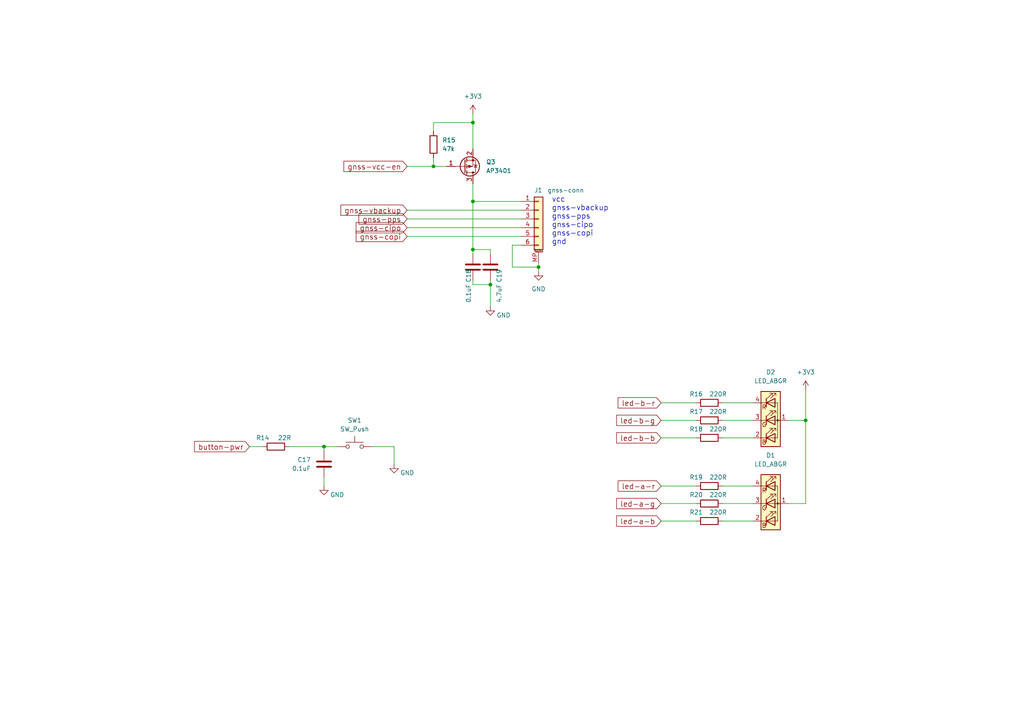
<source format=kicad_sch>
(kicad_sch (version 20211123) (generator eeschema)
  (paper "A4")
  (title_block (title "gps-logger") (date "2022-02-14") (rev "v2.3.a") (company "Greg Davill") (comment 4 "Simple GPS logger with low power features"))
  (lib_symbols
    (symbol "Connector_Generic_MountingPin:Conn_01x06_MountingPin" (pin_names (offset 1.016) hide)
      (property "Reference" "J" (at 0 7.62 0))
      (property "Value" "Conn_01x06_MountingPin" (at 1.27 -10.16 0))
      (symbol "Conn_01x06_MountingPin_1_1"
        (rectangle (start -1.27 -7.493) (end 0 -7.747) (stroke (width 0.1524)))
        (rectangle (start -1.27 -4.953) (end 0 -5.207) (stroke (width 0.1524)))
        (rectangle (start -1.27 -2.413) (end 0 -2.667) (stroke (width 0.1524)))
        (rectangle (start -1.27 0.127) (end 0 -0.127) (stroke (width 0.1524)))
        (rectangle (start -1.27 2.667) (end 0 2.413) (stroke (width 0.1524)))
        (rectangle (start -1.27 5.207) (end 0 4.953) (stroke (width 0.1524)))
        (rectangle (start -1.27 6.35) (end 1.27 -8.89) (stroke (width 0.254)) (fill (type background)))
        (polyline (pts (xy -1.016 -9.652) (xy 1.016 -9.652)) (stroke (width 0.1524)))
        (text "Mounting" (at 0 -9.271 0) (effects (font (size 0.381 0.381))))
        (pin passive line (at -5.08 5.08 0) (length 3.81) (name "Pin_1") (number "1"))
        (pin passive line (at -5.08 2.54 0) (length 3.81) (name "Pin_2") (number "2"))
        (pin passive line (at -5.08 0 0) (length 3.81) (name "Pin_3") (number "3"))
        (pin passive line (at -5.08 -2.54 0) (length 3.81) (name "Pin_4") (number "4"))
        (pin passive line (at -5.08 -5.08 0) (length 3.81) (name "Pin_5") (number "5"))
        (pin passive line (at -5.08 -7.62 0) (length 3.81) (name "Pin_6") (number "6"))
        (pin passive line (at 0 -12.7 90) (length 3.048) (name "MountPin") (number "MP"))
      )
    )
    (symbol "Device:C" (pin_numbers hide) (pin_names (offset 0.254))
      (property "Reference" "C" (at 0.635 2.54 0))
      (property "Value" "C" (at 0.635 -2.54 0))
      (symbol "C_0_1"
        (polyline (pts (xy -2.032 -0.762) (xy 2.032 -0.762)) (stroke (width 0.508)))
        (polyline (pts (xy -2.032 0.762) (xy 2.032 0.762)) (stroke (width 0.508)))
      )
      (symbol "C_1_1"
        (pin passive line (at 0 3.81 270) (length 2.794) (name "~") (number "1"))
        (pin passive line (at 0 -3.81 90) (length 2.794) (name "~") (number "2"))
      )
    )
    (symbol "Device:LED_ABGR" (pin_names (offset 0) hide)
      (property "Reference" "D" (at 0 9.398 0))
      (property "Value" "LED_ABGR" (at 0 -8.89 0))
      (symbol "LED_ABGR_0_0"
        (text "B" (at -1.905 -6.35 0) (effects (font (size 1.27 1.27))))
        (text "G" (at -1.905 -1.27 0) (effects (font (size 1.27 1.27))))
        (text "R" (at -1.905 3.81 0) (effects (font (size 1.27 1.27))))
      )
      (symbol "LED_ABGR_0_1"
        (polyline (pts (xy -1.27 -5.08) (xy -2.54 -5.08)))
        (polyline (pts (xy -1.27 -5.08) (xy 1.27 -5.08)))
        (polyline (pts (xy -1.27 -3.81) (xy -1.27 -6.35)) (stroke (width 0.254)))
        (polyline (pts (xy -1.27 0) (xy -2.54 0)))
        (polyline (pts (xy -1.27 1.27) (xy -1.27 -1.27)) (stroke (width 0.254)))
        (polyline (pts (xy -1.27 5.08) (xy -2.54 5.08)))
        (polyline (pts (xy -1.27 5.08) (xy 1.27 5.08)))
        (polyline (pts (xy -1.27 6.35) (xy -1.27 3.81)) (stroke (width 0.254)))
        (polyline (pts (xy 1.27 0) (xy -1.27 0)))
        (polyline (pts (xy 1.27 0) (xy 2.54 0)))
        (polyline (pts (xy -1.27 1.27) (xy -1.27 -1.27) (xy -1.27 -1.27)))
        (polyline (pts (xy -1.27 6.35) (xy -1.27 3.81) (xy -1.27 3.81)))
        (polyline (pts (xy 1.27 -5.08) (xy 2.032 -5.08) (xy 2.032 5.08) (xy 1.27 5.08)))
        (polyline (pts (xy 1.27 -3.81) (xy 1.27 -6.35) (xy -1.27 -5.08) (xy 1.27 -3.81)) (stroke (width 0.254)))
        (polyline (pts (xy 1.27 1.27) (xy 1.27 -1.27) (xy -1.27 0) (xy 1.27 1.27)) (stroke (width 0.254)))
        (polyline (pts (xy 1.27 6.35) (xy 1.27 3.81) (xy -1.27 5.08) (xy 1.27 6.35)) (stroke (width 0.254)))
        (polyline (pts (xy -1.016 -3.81) (xy 0.508 -2.286) (xy -0.254 -2.286) (xy 0.508 -2.286) (xy 0.508 -3.048)))
        (polyline (pts (xy -1.016 1.27) (xy 0.508 2.794) (xy -0.254 2.794) (xy 0.508 2.794) (xy 0.508 2.032)))
        (polyline (pts (xy -1.016 6.35) (xy 0.508 7.874) (xy -0.254 7.874) (xy 0.508 7.874) (xy 0.508 7.112)))
        (polyline (pts (xy 0 -3.81) (xy 1.524 -2.286) (xy 0.762 -2.286) (xy 1.524 -2.286) (xy 1.524 -3.048)))
        (polyline (pts (xy 0 1.27) (xy 1.524 2.794) (xy 0.762 2.794) (xy 1.524 2.794) (xy 1.524 2.032)))
        (polyline (pts (xy 0 6.35) (xy 1.524 7.874) (xy 0.762 7.874) (xy 1.524 7.874) (xy 1.524 7.112)))
        (rectangle (start 1.27 -1.27) (end 1.27 1.27))
        (rectangle (start 1.27 1.27) (end 1.27 1.27))
        (rectangle (start 1.27 3.81) (end 1.27 6.35))
        (rectangle (start 1.27 6.35) (end 1.27 6.35))
        (circle (center 2.032 0) (radius 0.254) (fill (type outline)))
        (rectangle (start 2.794 8.382) (end -2.794 -7.62) (stroke (width 0.254)) (fill (type background)))
      )
      (symbol "LED_ABGR_1_1"
        (pin passive line (at 5.08 0 180) (length 2.54) (name "A") (number "1"))
        (pin passive line (at -5.08 -5.08 0) (length 2.54) (name "BK") (number "2"))
        (pin passive line (at -5.08 0 0) (length 2.54) (name "GK") (number "3"))
        (pin passive line (at -5.08 5.08 0) (length 2.54) (name "RK") (number "4"))
      )
    )
    (symbol "Device:R" (pin_numbers hide) (pin_names (offset 0))
      (property "Reference" "R" (at 2.032 0 90))
      (property "Value" "R" (at 0 0 90))
      (symbol "R_0_1"
        (rectangle (start -1.016 -2.54) (end 1.016 2.54) (stroke (width 0.254)))
      )
      (symbol "R_1_1"
        (pin passive line (at 0 3.81 270) (length 1.27) (name "~") (number "1"))
        (pin passive line (at 0 -3.81 90) (length 1.27) (name "~") (number "2"))
      )
    )
    (symbol "Switch:SW_Push" (pin_numbers hide) (pin_names (offset 1.016) hide)
      (property "Reference" "SW" (at 1.27 2.54 0))
      (property "Value" "SW_Push" (at 0 -1.524 0))
      (symbol "SW_Push_0_1"
        (circle (center -2.032 0) (radius 0.508))
        (polyline (pts (xy 0 1.27) (xy 0 3.048)))
        (polyline (pts (xy 2.54 1.27) (xy -2.54 1.27)))
        (circle (center 2.032 0) (radius 0.508))
        (pin passive line (at -5.08 0 0) (length 2.54) (name "1") (number "1"))
        (pin passive line (at 5.08 0 180) (length 2.54) (name "2") (number "2"))
      )
    )
    (symbol "Transistor_FET:BSS83P" (pin_names hide)
      (property "Reference" "Q" (at 5.08 1.905 0))
      (property "Value" "BSS83P" (at 5.08 0 0))
      (symbol "BSS83P_0_1"
        (polyline (pts (xy 0.254 0) (xy -2.54 0)))
        (polyline (pts (xy 0.254 1.905) (xy 0.254 -1.905)) (stroke (width 0.254)))
        (polyline (pts (xy 0.762 -1.27) (xy 0.762 -2.286)) (stroke (width 0.254)))
        (polyline (pts (xy 0.762 0.508) (xy 0.762 -0.508)) (stroke (width 0.254)))
        (polyline (pts (xy 0.762 2.286) (xy 0.762 1.27)) (stroke (width 0.254)))
        (polyline (pts (xy 2.54 2.54) (xy 2.54 1.778)))
        (polyline (pts (xy 2.54 -2.54) (xy 2.54 0) (xy 0.762 0)))
        (polyline (pts (xy 0.762 1.778) (xy 3.302 1.778) (xy 3.302 -1.778) (xy 0.762 -1.778)))
        (polyline (pts (xy 2.286 0) (xy 1.27 0.381) (xy 1.27 -0.381) (xy 2.286 0)) (fill (type outline)))
        (polyline (pts (xy 2.794 -0.508) (xy 2.921 -0.381) (xy 3.683 -0.381) (xy 3.81 -0.254)))
        (polyline (pts (xy 3.302 -0.381) (xy 2.921 0.254) (xy 3.683 0.254) (xy 3.302 -0.381)))
        (circle (center 1.651 0) (radius 2.794) (stroke (width 0.254)))
        (circle (center 2.54 -1.778) (radius 0.254) (fill (type outline)))
        (circle (center 2.54 1.778) (radius 0.254) (fill (type outline)))
      )
      (symbol "BSS83P_1_1"
        (pin input line (at -5.08 0 0) (length 2.54) (name "G") (number "1"))
        (pin passive line (at 2.54 -5.08 90) (length 2.54) (name "S") (number "2"))
        (pin passive line (at 2.54 5.08 270) (length 2.54) (name "D") (number "3"))
      )
    )
    (symbol "power:+3V3" (power) (pin_names (offset 0))
      (property "Value" "+3V3" (at 0 3.556 0))
      (symbol "+3V3_0_1"
        (polyline (pts (xy -0.762 1.27) (xy 0 2.54)))
        (polyline (pts (xy 0 0) (xy 0 2.54)))
        (polyline (pts (xy 0 2.54) (xy 0.762 1.27)))
      )
      (symbol "+3V3_1_1"
        (pin power_in line (at 0 0 90) (length 0) hide (name "+3V3") (number "1"))
      )
    )
    (symbol "power:GND" (power) (pin_names (offset 0))
      (property "Value" "GND" (at 0 -3.81 0))
      (symbol "GND_0_1"
        (polyline (pts (xy 0 0) (xy 0 -1.27) (xy 1.27 -1.27) (xy 0 -2.54) (xy -1.27 -1.27) (xy 0 -1.27)))
      )
      (symbol "GND_1_1"
        (pin power_in line (at 0 0 270) (length 0) hide (name "GND") (number "1"))
      )
    )
  )
  (junction (at 142.24 82.55))
  (junction (at 93.98 129.54))
  (junction (at 137.16 58.42))
  (junction (at 233.68 121.92))
  (junction (at 125.73 48.26))
  (junction (at 137.16 35.56))
  (junction (at 156.21 77.47))
  (junction (at 137.16 72.39))
  (wire (pts (xy 129.54 48.26) (xy 125.73 48.26)))
  (wire (pts (xy 125.73 35.56) (xy 137.16 35.56)))
  (wire (pts (xy 209.55 127) (xy 218.44 127)))
  (wire (pts (xy 142.24 72.39) (xy 137.16 72.39)))
  (wire (pts (xy 191.77 140.97) (xy 201.93 140.97)))
  (wire (pts (xy 72.39 129.54) (xy 76.2 129.54)))
  (wire (pts (xy 118.11 66.04) (xy 151.13 66.04)))
  (wire (pts (xy 118.11 48.26) (xy 125.73 48.26)))
  (wire (pts (xy 209.55 146.05) (xy 218.44 146.05)))
  (wire (pts (xy 191.77 151.13) (xy 201.93 151.13)))
  (wire (pts (xy 209.55 116.84) (xy 218.44 116.84)))
  (wire (pts (xy 118.11 60.96) (xy 151.13 60.96)))
  (wire (pts (xy 125.73 38.1) (xy 125.73 35.56)))
  (wire (pts (xy 148.59 71.12) (xy 148.59 77.47)))
  (wire (pts (xy 228.6 146.05) (xy 233.68 146.05)))
  (wire (pts (xy 233.68 113.03) (xy 233.68 121.92)))
  (wire (pts (xy 233.68 121.92) (xy 233.68 146.05)))
  (wire (pts (xy 137.16 33.02) (xy 137.16 35.56)))
  (wire (pts (xy 114.3 129.54) (xy 114.3 134.62)))
  (wire (pts (xy 83.82 129.54) (xy 93.98 129.54)))
  (wire (pts (xy 93.98 129.54) (xy 97.79 129.54)))
  (wire (pts (xy 137.16 58.42) (xy 137.16 53.34)))
  (wire (pts (xy 151.13 58.42) (xy 137.16 58.42)))
  (wire (pts (xy 137.16 81.28) (xy 137.16 82.55)))
  (wire (pts (xy 228.6 121.92) (xy 233.68 121.92)))
  (wire (pts (xy 191.77 127) (xy 201.93 127)))
  (wire (pts (xy 142.24 73.66) (xy 142.24 72.39)))
  (wire (pts (xy 142.24 82.55) (xy 142.24 88.9)))
  (wire (pts (xy 118.11 63.5) (xy 151.13 63.5)))
  (wire (pts (xy 93.98 129.54) (xy 93.98 130.81)))
  (wire (pts (xy 137.16 35.56) (xy 137.16 43.18)))
  (wire (pts (xy 142.24 81.28) (xy 142.24 82.55)))
  (wire (pts (xy 191.77 121.92) (xy 201.93 121.92)))
  (wire (pts (xy 137.16 72.39) (xy 137.16 73.66)))
  (wire (pts (xy 137.16 82.55) (xy 142.24 82.55)))
  (wire (pts (xy 93.98 138.43) (xy 93.98 140.97)))
  (wire (pts (xy 148.59 77.47) (xy 156.21 77.47)))
  (wire (pts (xy 191.77 146.05) (xy 201.93 146.05)))
  (wire (pts (xy 209.55 121.92) (xy 218.44 121.92)))
  (wire (pts (xy 137.16 58.42) (xy 137.16 72.39)))
  (wire (pts (xy 209.55 140.97) (xy 218.44 140.97)))
  (wire (pts (xy 118.11 68.58) (xy 151.13 68.58)))
  (wire (pts (xy 209.55 151.13) (xy 218.44 151.13)))
  (wire (pts (xy 107.95 129.54) (xy 114.3 129.54)))
  (wire (pts (xy 191.77 116.84) (xy 201.93 116.84)))
  (wire (pts (xy 156.21 76.2) (xy 156.21 77.47)))
  (wire (pts (xy 156.21 77.47) (xy 156.21 78.74)))
  (wire (pts (xy 148.59 71.12) (xy 151.13 71.12)))
  (wire (pts (xy 125.73 48.26) (xy 125.73 45.72)))
  (text "vcc\ngnss-vbackup\ngnss-pps\ngnss-cipo\ngnss-copi\ngnd" (at 160.02 71.12 0) (effects (font (size 1.524 1.524)) (justify left bottom)))
  (global_label "gnss-cipo" (shape input) (at 118.11 66.04 180) (effects (font (size 1.524 1.524))) (property "Intersheet References" "${INTERSHEET_REFS}" (effects hide)))
  (global_label "led-b-b" (shape input) (at 191.77 127 180) (effects (font (size 1.524 1.524))) (property "Intersheet References" "${INTERSHEET_REFS}" (effects hide)))
  (global_label "led-b-g" (shape input) (at 191.77 121.92 180) (effects (font (size 1.524 1.524))) (property "Intersheet References" "${INTERSHEET_REFS}" (effects hide)))
  (global_label "gnss-vbackup" (shape input) (at 118.11 60.96 180) (effects (font (size 1.524 1.524))) (property "Intersheet References" "${INTERSHEET_REFS}" (effects hide)))
  (global_label "led-a-r" (shape input) (at 191.77 140.97 180) (effects (font (size 1.524 1.524))) (property "Intersheet References" "${INTERSHEET_REFS}" (effects hide)))
  (global_label "led-a-b" (shape input) (at 191.77 151.13 180) (effects (font (size 1.524 1.524))) (property "Intersheet References" "${INTERSHEET_REFS}" (effects hide)))
  (global_label "button-pwr" (shape input) (at 72.39 129.54 180) (effects (font (size 1.524 1.524))) (property "Intersheet References" "${INTERSHEET_REFS}" (effects hide)))
  (global_label "led-a-g" (shape input) (at 191.77 146.05 180) (effects (font (size 1.524 1.524))) (property "Intersheet References" "${INTERSHEET_REFS}" (effects hide)))
  (global_label "gnss-vcc-en" (shape input) (at 118.11 48.26 180) (effects (font (size 1.524 1.524))) (property "Intersheet References" "${INTERSHEET_REFS}" (effects hide)))
  (global_label "led-b-r" (shape input) (at 191.77 116.84 180) (effects (font (size 1.524 1.524))) (property "Intersheet References" "${INTERSHEET_REFS}" (effects hide)))
  (global_label "gnss-pps" (shape input) (at 118.11 63.5 180) (effects (font (size 1.524 1.524))) (property "Intersheet References" "${INTERSHEET_REFS}" (effects hide)))
  (global_label "gnss-copi" (shape input) (at 118.11 68.58 180) (effects (font (size 1.524 1.524))) (property "Intersheet References" "${INTERSHEET_REFS}" (effects hide)))
  (symbol (lib_id "Device:R") (at 205.74 146.05 90) (unit 1)
    (property "Reference" "R20" (at 201.93 143.51 90))
    (property "Value" "220R" (at 208.28 143.51 90))
    (property "Footprint" "Resistor_SMD:R_0402_1005Metric" (effects hide))
  )
  (symbol (lib_id "Device:R") (at 205.74 140.97 90) (unit 1)
    (property "Reference" "R19" (at 201.93 138.43 90))
    (property "Value" "220R" (at 208.28 138.43 90))
    (property "Footprint" "Resistor_SMD:R_0402_1005Metric" (effects hide))
  )
  (symbol (lib_id "Device:LED_ABGR") (at 223.52 121.92 0) (unit 1)
    (property "Reference" "D2" (at 223.52 107.95 0))
    (property "Value" "LED_ABGR" (at 223.52 110.49 0))
    (property "Footprint" "gps-logger:0404LED_RGB" (effects hide))
  )
  (symbol (lib_id "Device:R") (at 205.74 151.13 90) (unit 1)
    (property "Reference" "R21" (at 201.93 148.59 90))
    (property "Value" "220R" (at 208.28 148.59 90))
    (property "Footprint" "Resistor_SMD:R_0402_1005Metric" (effects hide))
  )
  (symbol (lib_id "Connector_Generic_MountingPin:Conn_01x06_MountingPin") (at 156.21 63.5 0) (unit 1)
    (property "Reference" "J1" (at 154.94 55.1814 0) (effects (justify left)))
    (property "Value" "gnss-conn" (at 158.75 55.1814 0) (effects (justify left)))
    (property "Footprint" "gps-logger:Hirose_FH34SRJ-16S-0.5SH_1x16-1MP_P0.50mm_Horizontal" (effects hide))
    (property "PN" "FH34SRJ-6S-0.5SH(50)" (effects hide))
    (property "MFG" "HRS(Hirose)" (effects hide))
  )
  (symbol (lib_id "Device:R") (at 205.74 127 90) (unit 1)
    (property "Reference" "R18" (at 201.93 124.46 90))
    (property "Value" "220R" (at 208.28 124.46 90))
    (property "Footprint" "Resistor_SMD:R_0402_1005Metric" (effects hide))
  )
  (symbol (lib_id "power:+3V3") (at 137.16 33.02 0) (unit 1)
    (property "Reference" "#PWR0126" (effects hide))
    (property "Value" "+3V3" (at 137.16 27.94 0))
  )
  (symbol (lib_id "Device:C") (at 137.16 77.47 0) (mirror x) (unit 1)
    (property "Reference" "C18" (at 135.89 80.01 90))
    (property "Value" "0.1uF" (at 135.89 85.09 90))
    (property "Footprint" "Capacitor_SMD:C_0402_1005Metric" (effects hide))
  )
  (symbol (lib_id "power:GND") (at 114.3 134.62 0) (mirror y) (unit 1)
    (property "Reference" "#PWR0125" (effects hide))
    (property "Value" "GND" (at 118.11 137.16 0))
  )
  (symbol (lib_id "power:GND") (at 156.21 78.74 0) (unit 1)
    (property "Reference" "#PWR0123" (effects hide))
    (property "Value" "GND" (at 156.21 83.82 0))
  )
  (symbol (lib_id "Switch:SW_Push") (at 102.87 129.54 0) (unit 1)
    (property "Reference" "SW1" (at 102.87 121.92 0))
    (property "Value" "SW_Push" (at 102.87 124.46 0))
    (property "Footprint" "gps-logger:EVQ_switch" (effects hide))
    (property "PN" "EVQ-9P105M" (effects hide))
    (property "MFG" "Panasonic Electronic Components" (effects hide))
  )
  (symbol (lib_id "Device:R") (at 205.74 116.84 90) (unit 1)
    (property "Reference" "R16" (at 201.93 114.3 90))
    (property "Value" "220R" (at 208.28 114.3 90))
    (property "Footprint" "Resistor_SMD:R_0402_1005Metric" (effects hide))
  )
  (symbol (lib_id "Device:R") (at 80.01 129.54 90) (unit 1)
    (property "Reference" "R14" (at 76.2 127 90))
    (property "Value" "22R" (at 82.55 127 90))
    (property "Footprint" "Resistor_SMD:R_0402_1005Metric" (effects hide))
  )
  (symbol (lib_id "Device:R") (at 205.74 121.92 90) (unit 1)
    (property "Reference" "R17" (at 201.93 119.38 90))
    (property "Value" "220R" (at 208.28 119.38 90))
    (property "Footprint" "Resistor_SMD:R_0402_1005Metric" (effects hide))
  )
  (symbol (lib_id "power:GND") (at 93.98 140.97 0) (mirror y) (unit 1)
    (property "Reference" "#PWR0124" (effects hide))
    (property "Value" "GND" (at 97.79 143.51 0))
  )
  (symbol (lib_id "Device:R") (at 125.73 41.91 180) (unit 1)
    (property "Reference" "R15" (at 128.27 40.6399 0) (effects (justify right)))
    (property "Value" "47k" (at 128.27 43.1799 0) (effects (justify right)))
    (property "Footprint" "Resistor_SMD:R_0402_1005Metric" (effects hide))
  )
  (symbol (lib_id "power:+3V3") (at 233.68 113.03 0) (unit 1)
    (property "Reference" "#PWR0122" (effects hide))
    (property "Value" "+3V3" (at 233.68 107.95 0))
  )
  (symbol (lib_id "power:GND") (at 142.24 88.9 0) (mirror y) (unit 1)
    (property "Reference" "#PWR0121" (effects hide))
    (property "Value" "GND" (at 146.05 91.44 0))
  )
  (symbol (lib_id "Device:C") (at 142.24 77.47 0) (mirror y) (unit 1)
    (property "Reference" "C19" (at 144.78 80.01 90))
    (property "Value" "4.7uF" (at 144.78 85.09 90))
    (property "Footprint" "Capacitor_SMD:C_0402_1005Metric" (effects hide))
  )
  (symbol (lib_id "Device:C") (at 93.98 134.62 0) (mirror x) (unit 1)
    (property "Reference" "C17" (at 90.17 133.3499 0) (effects (justify right)))
    (property "Value" "0.1uF" (at 90.17 135.8899 0) (effects (justify right)))
    (property "Footprint" "Capacitor_SMD:C_0402_1005Metric" (effects hide))
  )
  (symbol (lib_id "Transistor_FET:BSS83P") (at 134.62 48.26 0) (mirror x) (unit 1)
    (property "Reference" "Q3" (at 140.97 46.9899 0) (effects (justify left)))
    (property "Value" "AP3401" (at 140.97 49.5299 0) (effects (justify left)))
    (property "Footprint" "Package_TO_SOT_SMD:SOT-23" (effects hide))
    (property "Datasheet" "https://datasheet.lcsc.com/lcsc/1912111437_ALLPOWER-ShenZhen-Quan-Li-Semiconductor-AP3401_C353078.pdf" (effects hide))
    (property "PN" "AP3401" (effects hide))
    (property "MFG" "ALLPOWER(ShenZhen Quan Li Semiconductor) " (effects hide))
  )
  (symbol (lib_id "Device:LED_ABGR") (at 223.52 146.05 0) (unit 1)
    (property "Reference" "D1" (at 223.52 132.08 0))
    (property "Value" "LED_ABGR" (at 223.52 134.62 0))
    (property "Footprint" "gps-logger:0404LED_RGB" (effects hide))
  )
  (sheet (at 308.61 149.86) (size 35.56 20.32) (stroke (width 0.1524) (color 132 0 132 1)) (fill (color 255 255 255 0.0000))
    (property "Sheet name" "sdmmc" (at 308.61 149.1484 0) (effects (justify left bottom)))
    (property "Sheet file" "sdmmc.kicad_sch" (at 308.61 170.7646 0) (effects (justify left top)))
  )
  (sheet (at 308.61 123.19) (size 35.56 20.32) (stroke (width 0.1524) (color 132 0 132 1)) (fill (color 255 255 255 0.0000))
    (property "Sheet name" "MSP430" (at 308.61 122.4784 0) (effects (justify left bottom)))
    (property "Sheet file" "msp430.kicad_sch" (at 308.61 144.0946 0) (effects (justify left top)))
  )
  (sheet (at 308.61 97.79) (size 35.56 19.05) (stroke (width 0.1524) (color 132 0 132 1)) (fill (color 255 255 255 0.0000))
    (property "Sheet name" "pmic" (at 308.61 97.0784 0) (effects (justify left bottom)))
    (property "Sheet file" "pmic.kicad_sch" (at 308.61 117.4246 0) (effects (justify left top)))
  )
)
</source>
